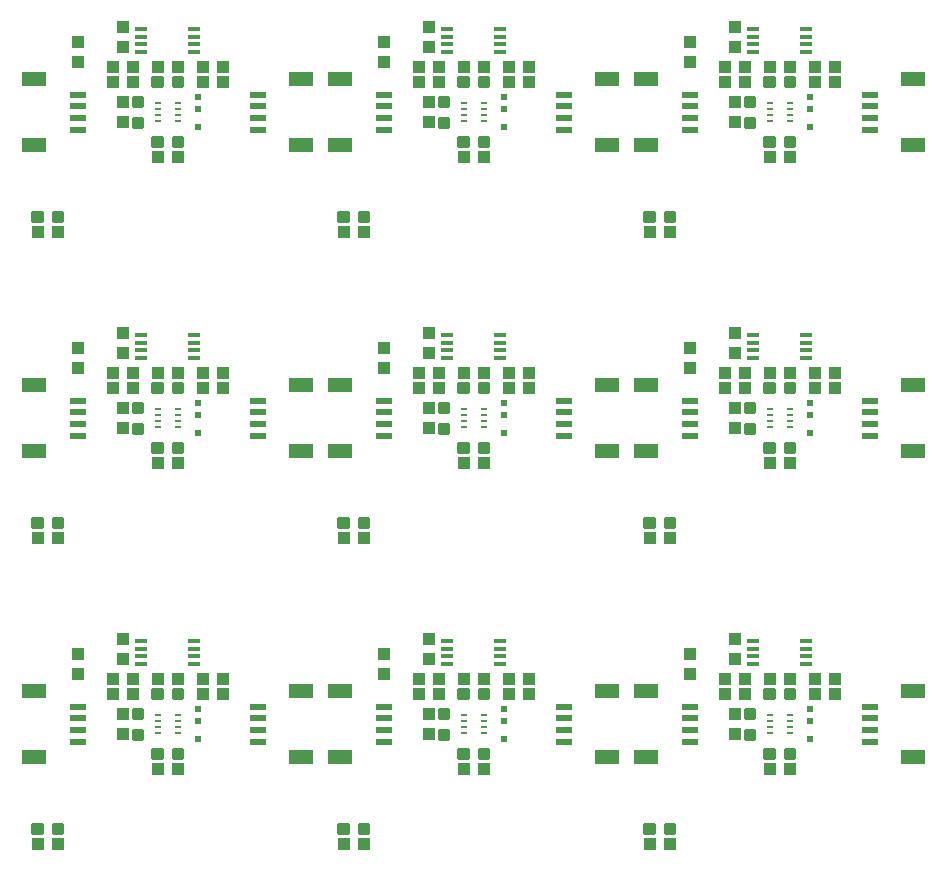
<source format=gtp>
G75*
%MOIN*%
%OFA0B0*%
%FSLAX25Y25*%
%IPPOS*%
%LPD*%
%AMOC8*
5,1,8,0,0,1.08239X$1,22.5*
%
%ADD10R,0.04331X0.03937*%
%ADD11R,0.07874X0.04724*%
%ADD12R,0.05315X0.02362*%
%ADD13C,0.01181*%
%ADD14R,0.03937X0.04331*%
%ADD15R,0.01969X0.00984*%
%ADD16R,0.02362X0.02362*%
%ADD17R,0.04331X0.01575*%
D10*
X0035404Y0038750D03*
X0042096Y0038750D03*
X0075404Y0063750D03*
X0082096Y0063750D03*
X0090404Y0088750D03*
X0090404Y0093750D03*
X0097096Y0093750D03*
X0097096Y0088750D03*
X0082096Y0093750D03*
X0075404Y0093750D03*
X0067096Y0093750D03*
X0067096Y0088750D03*
X0060404Y0088750D03*
X0060404Y0093750D03*
X0042096Y0140750D03*
X0035404Y0140750D03*
X0075404Y0165750D03*
X0082096Y0165750D03*
X0090404Y0190750D03*
X0090404Y0195750D03*
X0097096Y0195750D03*
X0097096Y0190750D03*
X0082096Y0195750D03*
X0075404Y0195750D03*
X0067096Y0195750D03*
X0067096Y0190750D03*
X0060404Y0190750D03*
X0060404Y0195750D03*
X0042096Y0242750D03*
X0035404Y0242750D03*
X0075404Y0267750D03*
X0082096Y0267750D03*
X0090404Y0292750D03*
X0090404Y0297750D03*
X0097096Y0297750D03*
X0097096Y0292750D03*
X0082096Y0297750D03*
X0075404Y0297750D03*
X0067096Y0297750D03*
X0067096Y0292750D03*
X0060404Y0292750D03*
X0060404Y0297750D03*
X0137404Y0242750D03*
X0144096Y0242750D03*
X0177404Y0267750D03*
X0184096Y0267750D03*
X0192404Y0292750D03*
X0199096Y0292750D03*
X0199096Y0297750D03*
X0192404Y0297750D03*
X0184096Y0297750D03*
X0177404Y0297750D03*
X0169096Y0297750D03*
X0162404Y0297750D03*
X0162404Y0292750D03*
X0169096Y0292750D03*
X0239404Y0242750D03*
X0246096Y0242750D03*
X0279404Y0267750D03*
X0286096Y0267750D03*
X0294404Y0292750D03*
X0294404Y0297750D03*
X0301096Y0297750D03*
X0301096Y0292750D03*
X0286096Y0297750D03*
X0279404Y0297750D03*
X0271096Y0297750D03*
X0271096Y0292750D03*
X0264404Y0292750D03*
X0264404Y0297750D03*
X0264404Y0195750D03*
X0264404Y0190750D03*
X0271096Y0190750D03*
X0271096Y0195750D03*
X0279404Y0195750D03*
X0286096Y0195750D03*
X0294404Y0195750D03*
X0294404Y0190750D03*
X0301096Y0190750D03*
X0301096Y0195750D03*
X0286096Y0165750D03*
X0279404Y0165750D03*
X0246096Y0140750D03*
X0239404Y0140750D03*
X0264404Y0093750D03*
X0264404Y0088750D03*
X0271096Y0088750D03*
X0271096Y0093750D03*
X0279404Y0093750D03*
X0286096Y0093750D03*
X0294404Y0093750D03*
X0294404Y0088750D03*
X0301096Y0088750D03*
X0301096Y0093750D03*
X0286096Y0063750D03*
X0279404Y0063750D03*
X0246096Y0038750D03*
X0239404Y0038750D03*
X0184096Y0063750D03*
X0177404Y0063750D03*
X0169096Y0088750D03*
X0169096Y0093750D03*
X0162404Y0093750D03*
X0162404Y0088750D03*
X0177404Y0093750D03*
X0184096Y0093750D03*
X0192404Y0093750D03*
X0192404Y0088750D03*
X0199096Y0088750D03*
X0199096Y0093750D03*
X0144096Y0140750D03*
X0137404Y0140750D03*
X0177404Y0165750D03*
X0184096Y0165750D03*
X0192404Y0190750D03*
X0192404Y0195750D03*
X0199096Y0195750D03*
X0199096Y0190750D03*
X0184096Y0195750D03*
X0177404Y0195750D03*
X0169096Y0195750D03*
X0169096Y0190750D03*
X0162404Y0190750D03*
X0162404Y0195750D03*
X0144096Y0038750D03*
X0137404Y0038750D03*
D11*
X0136281Y0067726D03*
X0123219Y0067726D03*
X0123219Y0089774D03*
X0136281Y0089774D03*
X0136281Y0169726D03*
X0123219Y0169726D03*
X0123219Y0191774D03*
X0136281Y0191774D03*
X0136281Y0271726D03*
X0123219Y0271726D03*
X0123219Y0293774D03*
X0136281Y0293774D03*
X0225219Y0293774D03*
X0238281Y0293774D03*
X0238281Y0271726D03*
X0225219Y0271726D03*
X0225219Y0191774D03*
X0238281Y0191774D03*
X0238281Y0169726D03*
X0225219Y0169726D03*
X0225219Y0089774D03*
X0238281Y0089774D03*
X0238281Y0067726D03*
X0225219Y0067726D03*
X0327219Y0067726D03*
X0327219Y0089774D03*
X0327219Y0169726D03*
X0327219Y0191774D03*
X0327219Y0271726D03*
X0327219Y0293774D03*
X0034281Y0293774D03*
X0034281Y0271726D03*
X0034281Y0191774D03*
X0034281Y0169726D03*
X0034281Y0089774D03*
X0034281Y0067726D03*
D12*
X0048750Y0072844D03*
X0048750Y0076781D03*
X0048750Y0080719D03*
X0048750Y0084656D03*
X0108750Y0084656D03*
X0108750Y0080719D03*
X0108750Y0076781D03*
X0108750Y0072844D03*
X0150750Y0072844D03*
X0150750Y0076781D03*
X0150750Y0080719D03*
X0150750Y0084656D03*
X0210750Y0084656D03*
X0210750Y0080719D03*
X0210750Y0076781D03*
X0210750Y0072844D03*
X0252750Y0072844D03*
X0252750Y0076781D03*
X0252750Y0080719D03*
X0252750Y0084656D03*
X0312750Y0084656D03*
X0312750Y0080719D03*
X0312750Y0076781D03*
X0312750Y0072844D03*
X0312750Y0174844D03*
X0312750Y0178781D03*
X0312750Y0182719D03*
X0312750Y0186656D03*
X0252750Y0186656D03*
X0252750Y0182719D03*
X0252750Y0178781D03*
X0252750Y0174844D03*
X0210750Y0174844D03*
X0210750Y0178781D03*
X0210750Y0182719D03*
X0210750Y0186656D03*
X0150750Y0186656D03*
X0150750Y0182719D03*
X0150750Y0178781D03*
X0150750Y0174844D03*
X0108750Y0174844D03*
X0108750Y0178781D03*
X0108750Y0182719D03*
X0108750Y0186656D03*
X0048750Y0186656D03*
X0048750Y0182719D03*
X0048750Y0178781D03*
X0048750Y0174844D03*
X0048750Y0276844D03*
X0048750Y0280781D03*
X0048750Y0284719D03*
X0048750Y0288656D03*
X0108750Y0288656D03*
X0108750Y0284719D03*
X0108750Y0280781D03*
X0108750Y0276844D03*
X0150750Y0276844D03*
X0150750Y0280781D03*
X0150750Y0284719D03*
X0150750Y0288656D03*
X0210750Y0288656D03*
X0210750Y0284719D03*
X0210750Y0280781D03*
X0210750Y0276844D03*
X0252750Y0276844D03*
X0252750Y0280781D03*
X0252750Y0284719D03*
X0252750Y0288656D03*
X0312750Y0288656D03*
X0312750Y0284719D03*
X0312750Y0280781D03*
X0312750Y0276844D03*
D13*
X0284825Y0274128D02*
X0284825Y0271372D01*
X0284825Y0274128D02*
X0287581Y0274128D01*
X0287581Y0271372D01*
X0284825Y0271372D01*
X0284825Y0272552D02*
X0287581Y0272552D01*
X0287581Y0273732D02*
X0284825Y0273732D01*
X0277919Y0274128D02*
X0277919Y0271372D01*
X0277919Y0274128D02*
X0280675Y0274128D01*
X0280675Y0271372D01*
X0277919Y0271372D01*
X0277919Y0272552D02*
X0280675Y0272552D01*
X0280675Y0273732D02*
X0277919Y0273732D01*
X0274128Y0277919D02*
X0271372Y0277919D01*
X0271372Y0280675D01*
X0274128Y0280675D01*
X0274128Y0277919D01*
X0274128Y0279099D02*
X0271372Y0279099D01*
X0271372Y0280279D02*
X0274128Y0280279D01*
X0274128Y0284825D02*
X0271372Y0284825D01*
X0271372Y0287581D01*
X0274128Y0287581D01*
X0274128Y0284825D01*
X0274128Y0286005D02*
X0271372Y0286005D01*
X0271372Y0287185D02*
X0274128Y0287185D01*
X0280675Y0291372D02*
X0280675Y0294128D01*
X0280675Y0291372D02*
X0277919Y0291372D01*
X0277919Y0294128D01*
X0280675Y0294128D01*
X0280675Y0292552D02*
X0277919Y0292552D01*
X0277919Y0293732D02*
X0280675Y0293732D01*
X0287581Y0294128D02*
X0287581Y0291372D01*
X0284825Y0291372D01*
X0284825Y0294128D01*
X0287581Y0294128D01*
X0287581Y0292552D02*
X0284825Y0292552D01*
X0284825Y0293732D02*
X0287581Y0293732D01*
X0244825Y0249128D02*
X0244825Y0246372D01*
X0244825Y0249128D02*
X0247581Y0249128D01*
X0247581Y0246372D01*
X0244825Y0246372D01*
X0244825Y0247552D02*
X0247581Y0247552D01*
X0247581Y0248732D02*
X0244825Y0248732D01*
X0237919Y0249128D02*
X0237919Y0246372D01*
X0237919Y0249128D02*
X0240675Y0249128D01*
X0240675Y0246372D01*
X0237919Y0246372D01*
X0237919Y0247552D02*
X0240675Y0247552D01*
X0240675Y0248732D02*
X0237919Y0248732D01*
X0182825Y0271372D02*
X0182825Y0274128D01*
X0185581Y0274128D01*
X0185581Y0271372D01*
X0182825Y0271372D01*
X0182825Y0272552D02*
X0185581Y0272552D01*
X0185581Y0273732D02*
X0182825Y0273732D01*
X0175919Y0274128D02*
X0175919Y0271372D01*
X0175919Y0274128D02*
X0178675Y0274128D01*
X0178675Y0271372D01*
X0175919Y0271372D01*
X0175919Y0272552D02*
X0178675Y0272552D01*
X0178675Y0273732D02*
X0175919Y0273732D01*
X0172128Y0277919D02*
X0169372Y0277919D01*
X0169372Y0280675D01*
X0172128Y0280675D01*
X0172128Y0277919D01*
X0172128Y0279099D02*
X0169372Y0279099D01*
X0169372Y0280279D02*
X0172128Y0280279D01*
X0172128Y0284825D02*
X0169372Y0284825D01*
X0169372Y0287581D01*
X0172128Y0287581D01*
X0172128Y0284825D01*
X0172128Y0286005D02*
X0169372Y0286005D01*
X0169372Y0287185D02*
X0172128Y0287185D01*
X0178675Y0291372D02*
X0178675Y0294128D01*
X0178675Y0291372D02*
X0175919Y0291372D01*
X0175919Y0294128D01*
X0178675Y0294128D01*
X0178675Y0292552D02*
X0175919Y0292552D01*
X0175919Y0293732D02*
X0178675Y0293732D01*
X0185581Y0294128D02*
X0185581Y0291372D01*
X0182825Y0291372D01*
X0182825Y0294128D01*
X0185581Y0294128D01*
X0185581Y0292552D02*
X0182825Y0292552D01*
X0182825Y0293732D02*
X0185581Y0293732D01*
X0142825Y0249128D02*
X0142825Y0246372D01*
X0142825Y0249128D02*
X0145581Y0249128D01*
X0145581Y0246372D01*
X0142825Y0246372D01*
X0142825Y0247552D02*
X0145581Y0247552D01*
X0145581Y0248732D02*
X0142825Y0248732D01*
X0135919Y0249128D02*
X0135919Y0246372D01*
X0135919Y0249128D02*
X0138675Y0249128D01*
X0138675Y0246372D01*
X0135919Y0246372D01*
X0135919Y0247552D02*
X0138675Y0247552D01*
X0138675Y0248732D02*
X0135919Y0248732D01*
X0080825Y0271372D02*
X0080825Y0274128D01*
X0083581Y0274128D01*
X0083581Y0271372D01*
X0080825Y0271372D01*
X0080825Y0272552D02*
X0083581Y0272552D01*
X0083581Y0273732D02*
X0080825Y0273732D01*
X0073919Y0274128D02*
X0073919Y0271372D01*
X0073919Y0274128D02*
X0076675Y0274128D01*
X0076675Y0271372D01*
X0073919Y0271372D01*
X0073919Y0272552D02*
X0076675Y0272552D01*
X0076675Y0273732D02*
X0073919Y0273732D01*
X0070128Y0277919D02*
X0067372Y0277919D01*
X0067372Y0280675D01*
X0070128Y0280675D01*
X0070128Y0277919D01*
X0070128Y0279099D02*
X0067372Y0279099D01*
X0067372Y0280279D02*
X0070128Y0280279D01*
X0070128Y0284825D02*
X0067372Y0284825D01*
X0067372Y0287581D01*
X0070128Y0287581D01*
X0070128Y0284825D01*
X0070128Y0286005D02*
X0067372Y0286005D01*
X0067372Y0287185D02*
X0070128Y0287185D01*
X0076675Y0291372D02*
X0076675Y0294128D01*
X0076675Y0291372D02*
X0073919Y0291372D01*
X0073919Y0294128D01*
X0076675Y0294128D01*
X0076675Y0292552D02*
X0073919Y0292552D01*
X0073919Y0293732D02*
X0076675Y0293732D01*
X0083581Y0294128D02*
X0083581Y0291372D01*
X0080825Y0291372D01*
X0080825Y0294128D01*
X0083581Y0294128D01*
X0083581Y0292552D02*
X0080825Y0292552D01*
X0080825Y0293732D02*
X0083581Y0293732D01*
X0040825Y0249128D02*
X0040825Y0246372D01*
X0040825Y0249128D02*
X0043581Y0249128D01*
X0043581Y0246372D01*
X0040825Y0246372D01*
X0040825Y0247552D02*
X0043581Y0247552D01*
X0043581Y0248732D02*
X0040825Y0248732D01*
X0033919Y0249128D02*
X0033919Y0246372D01*
X0033919Y0249128D02*
X0036675Y0249128D01*
X0036675Y0246372D01*
X0033919Y0246372D01*
X0033919Y0247552D02*
X0036675Y0247552D01*
X0036675Y0248732D02*
X0033919Y0248732D01*
X0076675Y0192128D02*
X0076675Y0189372D01*
X0073919Y0189372D01*
X0073919Y0192128D01*
X0076675Y0192128D01*
X0076675Y0190552D02*
X0073919Y0190552D01*
X0073919Y0191732D02*
X0076675Y0191732D01*
X0083581Y0192128D02*
X0083581Y0189372D01*
X0080825Y0189372D01*
X0080825Y0192128D01*
X0083581Y0192128D01*
X0083581Y0190552D02*
X0080825Y0190552D01*
X0080825Y0191732D02*
X0083581Y0191732D01*
X0070128Y0182825D02*
X0067372Y0182825D01*
X0067372Y0185581D01*
X0070128Y0185581D01*
X0070128Y0182825D01*
X0070128Y0184005D02*
X0067372Y0184005D01*
X0067372Y0185185D02*
X0070128Y0185185D01*
X0070128Y0175919D02*
X0067372Y0175919D01*
X0067372Y0178675D01*
X0070128Y0178675D01*
X0070128Y0175919D01*
X0070128Y0177099D02*
X0067372Y0177099D01*
X0067372Y0178279D02*
X0070128Y0178279D01*
X0073919Y0172128D02*
X0073919Y0169372D01*
X0073919Y0172128D02*
X0076675Y0172128D01*
X0076675Y0169372D01*
X0073919Y0169372D01*
X0073919Y0170552D02*
X0076675Y0170552D01*
X0076675Y0171732D02*
X0073919Y0171732D01*
X0080825Y0172128D02*
X0080825Y0169372D01*
X0080825Y0172128D02*
X0083581Y0172128D01*
X0083581Y0169372D01*
X0080825Y0169372D01*
X0080825Y0170552D02*
X0083581Y0170552D01*
X0083581Y0171732D02*
X0080825Y0171732D01*
X0040825Y0147128D02*
X0040825Y0144372D01*
X0040825Y0147128D02*
X0043581Y0147128D01*
X0043581Y0144372D01*
X0040825Y0144372D01*
X0040825Y0145552D02*
X0043581Y0145552D01*
X0043581Y0146732D02*
X0040825Y0146732D01*
X0033919Y0147128D02*
X0033919Y0144372D01*
X0033919Y0147128D02*
X0036675Y0147128D01*
X0036675Y0144372D01*
X0033919Y0144372D01*
X0033919Y0145552D02*
X0036675Y0145552D01*
X0036675Y0146732D02*
X0033919Y0146732D01*
X0076675Y0090128D02*
X0076675Y0087372D01*
X0073919Y0087372D01*
X0073919Y0090128D01*
X0076675Y0090128D01*
X0076675Y0088552D02*
X0073919Y0088552D01*
X0073919Y0089732D02*
X0076675Y0089732D01*
X0083581Y0090128D02*
X0083581Y0087372D01*
X0080825Y0087372D01*
X0080825Y0090128D01*
X0083581Y0090128D01*
X0083581Y0088552D02*
X0080825Y0088552D01*
X0080825Y0089732D02*
X0083581Y0089732D01*
X0070128Y0080825D02*
X0067372Y0080825D01*
X0067372Y0083581D01*
X0070128Y0083581D01*
X0070128Y0080825D01*
X0070128Y0082005D02*
X0067372Y0082005D01*
X0067372Y0083185D02*
X0070128Y0083185D01*
X0070128Y0073919D02*
X0067372Y0073919D01*
X0067372Y0076675D01*
X0070128Y0076675D01*
X0070128Y0073919D01*
X0070128Y0075099D02*
X0067372Y0075099D01*
X0067372Y0076279D02*
X0070128Y0076279D01*
X0073919Y0070128D02*
X0073919Y0067372D01*
X0073919Y0070128D02*
X0076675Y0070128D01*
X0076675Y0067372D01*
X0073919Y0067372D01*
X0073919Y0068552D02*
X0076675Y0068552D01*
X0076675Y0069732D02*
X0073919Y0069732D01*
X0080825Y0070128D02*
X0080825Y0067372D01*
X0080825Y0070128D02*
X0083581Y0070128D01*
X0083581Y0067372D01*
X0080825Y0067372D01*
X0080825Y0068552D02*
X0083581Y0068552D01*
X0083581Y0069732D02*
X0080825Y0069732D01*
X0040825Y0045128D02*
X0040825Y0042372D01*
X0040825Y0045128D02*
X0043581Y0045128D01*
X0043581Y0042372D01*
X0040825Y0042372D01*
X0040825Y0043552D02*
X0043581Y0043552D01*
X0043581Y0044732D02*
X0040825Y0044732D01*
X0033919Y0045128D02*
X0033919Y0042372D01*
X0033919Y0045128D02*
X0036675Y0045128D01*
X0036675Y0042372D01*
X0033919Y0042372D01*
X0033919Y0043552D02*
X0036675Y0043552D01*
X0036675Y0044732D02*
X0033919Y0044732D01*
X0135919Y0045128D02*
X0135919Y0042372D01*
X0135919Y0045128D02*
X0138675Y0045128D01*
X0138675Y0042372D01*
X0135919Y0042372D01*
X0135919Y0043552D02*
X0138675Y0043552D01*
X0138675Y0044732D02*
X0135919Y0044732D01*
X0142825Y0045128D02*
X0142825Y0042372D01*
X0142825Y0045128D02*
X0145581Y0045128D01*
X0145581Y0042372D01*
X0142825Y0042372D01*
X0142825Y0043552D02*
X0145581Y0043552D01*
X0145581Y0044732D02*
X0142825Y0044732D01*
X0169372Y0073919D02*
X0172128Y0073919D01*
X0169372Y0073919D02*
X0169372Y0076675D01*
X0172128Y0076675D01*
X0172128Y0073919D01*
X0172128Y0075099D02*
X0169372Y0075099D01*
X0169372Y0076279D02*
X0172128Y0076279D01*
X0172128Y0080825D02*
X0169372Y0080825D01*
X0169372Y0083581D01*
X0172128Y0083581D01*
X0172128Y0080825D01*
X0172128Y0082005D02*
X0169372Y0082005D01*
X0169372Y0083185D02*
X0172128Y0083185D01*
X0178675Y0087372D02*
X0178675Y0090128D01*
X0178675Y0087372D02*
X0175919Y0087372D01*
X0175919Y0090128D01*
X0178675Y0090128D01*
X0178675Y0088552D02*
X0175919Y0088552D01*
X0175919Y0089732D02*
X0178675Y0089732D01*
X0185581Y0090128D02*
X0185581Y0087372D01*
X0182825Y0087372D01*
X0182825Y0090128D01*
X0185581Y0090128D01*
X0185581Y0088552D02*
X0182825Y0088552D01*
X0182825Y0089732D02*
X0185581Y0089732D01*
X0182825Y0070128D02*
X0182825Y0067372D01*
X0182825Y0070128D02*
X0185581Y0070128D01*
X0185581Y0067372D01*
X0182825Y0067372D01*
X0182825Y0068552D02*
X0185581Y0068552D01*
X0185581Y0069732D02*
X0182825Y0069732D01*
X0175919Y0070128D02*
X0175919Y0067372D01*
X0175919Y0070128D02*
X0178675Y0070128D01*
X0178675Y0067372D01*
X0175919Y0067372D01*
X0175919Y0068552D02*
X0178675Y0068552D01*
X0178675Y0069732D02*
X0175919Y0069732D01*
X0237919Y0045128D02*
X0237919Y0042372D01*
X0237919Y0045128D02*
X0240675Y0045128D01*
X0240675Y0042372D01*
X0237919Y0042372D01*
X0237919Y0043552D02*
X0240675Y0043552D01*
X0240675Y0044732D02*
X0237919Y0044732D01*
X0244825Y0045128D02*
X0244825Y0042372D01*
X0244825Y0045128D02*
X0247581Y0045128D01*
X0247581Y0042372D01*
X0244825Y0042372D01*
X0244825Y0043552D02*
X0247581Y0043552D01*
X0247581Y0044732D02*
X0244825Y0044732D01*
X0271372Y0073919D02*
X0274128Y0073919D01*
X0271372Y0073919D02*
X0271372Y0076675D01*
X0274128Y0076675D01*
X0274128Y0073919D01*
X0274128Y0075099D02*
X0271372Y0075099D01*
X0271372Y0076279D02*
X0274128Y0076279D01*
X0274128Y0080825D02*
X0271372Y0080825D01*
X0271372Y0083581D01*
X0274128Y0083581D01*
X0274128Y0080825D01*
X0274128Y0082005D02*
X0271372Y0082005D01*
X0271372Y0083185D02*
X0274128Y0083185D01*
X0280675Y0087372D02*
X0280675Y0090128D01*
X0280675Y0087372D02*
X0277919Y0087372D01*
X0277919Y0090128D01*
X0280675Y0090128D01*
X0280675Y0088552D02*
X0277919Y0088552D01*
X0277919Y0089732D02*
X0280675Y0089732D01*
X0287581Y0090128D02*
X0287581Y0087372D01*
X0284825Y0087372D01*
X0284825Y0090128D01*
X0287581Y0090128D01*
X0287581Y0088552D02*
X0284825Y0088552D01*
X0284825Y0089732D02*
X0287581Y0089732D01*
X0284825Y0070128D02*
X0284825Y0067372D01*
X0284825Y0070128D02*
X0287581Y0070128D01*
X0287581Y0067372D01*
X0284825Y0067372D01*
X0284825Y0068552D02*
X0287581Y0068552D01*
X0287581Y0069732D02*
X0284825Y0069732D01*
X0277919Y0070128D02*
X0277919Y0067372D01*
X0277919Y0070128D02*
X0280675Y0070128D01*
X0280675Y0067372D01*
X0277919Y0067372D01*
X0277919Y0068552D02*
X0280675Y0068552D01*
X0280675Y0069732D02*
X0277919Y0069732D01*
X0244825Y0144372D02*
X0244825Y0147128D01*
X0247581Y0147128D01*
X0247581Y0144372D01*
X0244825Y0144372D01*
X0244825Y0145552D02*
X0247581Y0145552D01*
X0247581Y0146732D02*
X0244825Y0146732D01*
X0237919Y0147128D02*
X0237919Y0144372D01*
X0237919Y0147128D02*
X0240675Y0147128D01*
X0240675Y0144372D01*
X0237919Y0144372D01*
X0237919Y0145552D02*
X0240675Y0145552D01*
X0240675Y0146732D02*
X0237919Y0146732D01*
X0271372Y0175919D02*
X0274128Y0175919D01*
X0271372Y0175919D02*
X0271372Y0178675D01*
X0274128Y0178675D01*
X0274128Y0175919D01*
X0274128Y0177099D02*
X0271372Y0177099D01*
X0271372Y0178279D02*
X0274128Y0178279D01*
X0274128Y0182825D02*
X0271372Y0182825D01*
X0271372Y0185581D01*
X0274128Y0185581D01*
X0274128Y0182825D01*
X0274128Y0184005D02*
X0271372Y0184005D01*
X0271372Y0185185D02*
X0274128Y0185185D01*
X0280675Y0189372D02*
X0280675Y0192128D01*
X0280675Y0189372D02*
X0277919Y0189372D01*
X0277919Y0192128D01*
X0280675Y0192128D01*
X0280675Y0190552D02*
X0277919Y0190552D01*
X0277919Y0191732D02*
X0280675Y0191732D01*
X0287581Y0192128D02*
X0287581Y0189372D01*
X0284825Y0189372D01*
X0284825Y0192128D01*
X0287581Y0192128D01*
X0287581Y0190552D02*
X0284825Y0190552D01*
X0284825Y0191732D02*
X0287581Y0191732D01*
X0284825Y0172128D02*
X0284825Y0169372D01*
X0284825Y0172128D02*
X0287581Y0172128D01*
X0287581Y0169372D01*
X0284825Y0169372D01*
X0284825Y0170552D02*
X0287581Y0170552D01*
X0287581Y0171732D02*
X0284825Y0171732D01*
X0277919Y0172128D02*
X0277919Y0169372D01*
X0277919Y0172128D02*
X0280675Y0172128D01*
X0280675Y0169372D01*
X0277919Y0169372D01*
X0277919Y0170552D02*
X0280675Y0170552D01*
X0280675Y0171732D02*
X0277919Y0171732D01*
X0182825Y0172128D02*
X0182825Y0169372D01*
X0182825Y0172128D02*
X0185581Y0172128D01*
X0185581Y0169372D01*
X0182825Y0169372D01*
X0182825Y0170552D02*
X0185581Y0170552D01*
X0185581Y0171732D02*
X0182825Y0171732D01*
X0175919Y0172128D02*
X0175919Y0169372D01*
X0175919Y0172128D02*
X0178675Y0172128D01*
X0178675Y0169372D01*
X0175919Y0169372D01*
X0175919Y0170552D02*
X0178675Y0170552D01*
X0178675Y0171732D02*
X0175919Y0171732D01*
X0172128Y0175919D02*
X0169372Y0175919D01*
X0169372Y0178675D01*
X0172128Y0178675D01*
X0172128Y0175919D01*
X0172128Y0177099D02*
X0169372Y0177099D01*
X0169372Y0178279D02*
X0172128Y0178279D01*
X0172128Y0182825D02*
X0169372Y0182825D01*
X0169372Y0185581D01*
X0172128Y0185581D01*
X0172128Y0182825D01*
X0172128Y0184005D02*
X0169372Y0184005D01*
X0169372Y0185185D02*
X0172128Y0185185D01*
X0178675Y0189372D02*
X0178675Y0192128D01*
X0178675Y0189372D02*
X0175919Y0189372D01*
X0175919Y0192128D01*
X0178675Y0192128D01*
X0178675Y0190552D02*
X0175919Y0190552D01*
X0175919Y0191732D02*
X0178675Y0191732D01*
X0185581Y0192128D02*
X0185581Y0189372D01*
X0182825Y0189372D01*
X0182825Y0192128D01*
X0185581Y0192128D01*
X0185581Y0190552D02*
X0182825Y0190552D01*
X0182825Y0191732D02*
X0185581Y0191732D01*
X0142825Y0147128D02*
X0142825Y0144372D01*
X0142825Y0147128D02*
X0145581Y0147128D01*
X0145581Y0144372D01*
X0142825Y0144372D01*
X0142825Y0145552D02*
X0145581Y0145552D01*
X0145581Y0146732D02*
X0142825Y0146732D01*
X0135919Y0147128D02*
X0135919Y0144372D01*
X0135919Y0147128D02*
X0138675Y0147128D01*
X0138675Y0144372D01*
X0135919Y0144372D01*
X0135919Y0145552D02*
X0138675Y0145552D01*
X0138675Y0146732D02*
X0135919Y0146732D01*
D14*
X0165750Y0177404D03*
X0165750Y0184096D03*
X0150750Y0197404D03*
X0150750Y0204096D03*
X0165750Y0202404D03*
X0165750Y0209096D03*
X0165750Y0279404D03*
X0165750Y0286096D03*
X0165750Y0304404D03*
X0165750Y0311096D03*
X0150750Y0306096D03*
X0150750Y0299404D03*
X0063750Y0304404D03*
X0063750Y0311096D03*
X0048750Y0306096D03*
X0048750Y0299404D03*
X0063750Y0286096D03*
X0063750Y0279404D03*
X0063750Y0209096D03*
X0063750Y0202404D03*
X0048750Y0204096D03*
X0048750Y0197404D03*
X0063750Y0184096D03*
X0063750Y0177404D03*
X0063750Y0107096D03*
X0063750Y0100404D03*
X0048750Y0102096D03*
X0048750Y0095404D03*
X0063750Y0082096D03*
X0063750Y0075404D03*
X0150750Y0095404D03*
X0150750Y0102096D03*
X0165750Y0100404D03*
X0165750Y0107096D03*
X0165750Y0082096D03*
X0165750Y0075404D03*
X0252750Y0095404D03*
X0252750Y0102096D03*
X0267750Y0100404D03*
X0267750Y0107096D03*
X0267750Y0082096D03*
X0267750Y0075404D03*
X0267750Y0177404D03*
X0267750Y0184096D03*
X0252750Y0197404D03*
X0252750Y0204096D03*
X0267750Y0202404D03*
X0267750Y0209096D03*
X0267750Y0279404D03*
X0267750Y0286096D03*
X0267750Y0304404D03*
X0267750Y0311096D03*
X0252750Y0306096D03*
X0252750Y0299404D03*
D15*
X0279404Y0285703D03*
X0279404Y0283734D03*
X0279404Y0281766D03*
X0279404Y0279797D03*
X0286096Y0279797D03*
X0286096Y0281766D03*
X0286096Y0283734D03*
X0286096Y0285703D03*
X0184096Y0285703D03*
X0184096Y0283734D03*
X0184096Y0281766D03*
X0184096Y0279797D03*
X0177404Y0279797D03*
X0177404Y0281766D03*
X0177404Y0283734D03*
X0177404Y0285703D03*
X0082096Y0285703D03*
X0082096Y0283734D03*
X0082096Y0281766D03*
X0082096Y0279797D03*
X0075404Y0279797D03*
X0075404Y0281766D03*
X0075404Y0283734D03*
X0075404Y0285703D03*
X0075404Y0183703D03*
X0075404Y0181734D03*
X0075404Y0179766D03*
X0075404Y0177797D03*
X0082096Y0177797D03*
X0082096Y0179766D03*
X0082096Y0181734D03*
X0082096Y0183703D03*
X0177404Y0183703D03*
X0177404Y0181734D03*
X0177404Y0179766D03*
X0177404Y0177797D03*
X0184096Y0177797D03*
X0184096Y0179766D03*
X0184096Y0181734D03*
X0184096Y0183703D03*
X0279404Y0183703D03*
X0279404Y0181734D03*
X0279404Y0179766D03*
X0279404Y0177797D03*
X0286096Y0177797D03*
X0286096Y0179766D03*
X0286096Y0181734D03*
X0286096Y0183703D03*
X0286096Y0081703D03*
X0286096Y0079734D03*
X0286096Y0077766D03*
X0286096Y0075797D03*
X0279404Y0075797D03*
X0279404Y0077766D03*
X0279404Y0079734D03*
X0279404Y0081703D03*
X0184096Y0081703D03*
X0184096Y0079734D03*
X0184096Y0077766D03*
X0184096Y0075797D03*
X0177404Y0075797D03*
X0177404Y0077766D03*
X0177404Y0079734D03*
X0177404Y0081703D03*
X0082096Y0081703D03*
X0082096Y0079734D03*
X0082096Y0077766D03*
X0082096Y0075797D03*
X0075404Y0075797D03*
X0075404Y0077766D03*
X0075404Y0079734D03*
X0075404Y0081703D03*
D16*
X0088750Y0079931D03*
X0088750Y0083868D03*
X0088750Y0074026D03*
X0190750Y0074026D03*
X0190750Y0079931D03*
X0190750Y0083868D03*
X0190750Y0176026D03*
X0190750Y0181931D03*
X0190750Y0185868D03*
X0190750Y0278026D03*
X0190750Y0283931D03*
X0190750Y0287868D03*
X0088750Y0287868D03*
X0088750Y0283931D03*
X0088750Y0278026D03*
X0088750Y0185868D03*
X0088750Y0181931D03*
X0088750Y0176026D03*
X0292750Y0176026D03*
X0292750Y0181931D03*
X0292750Y0185868D03*
X0292750Y0278026D03*
X0292750Y0283931D03*
X0292750Y0287868D03*
X0292750Y0083868D03*
X0292750Y0079931D03*
X0292750Y0074026D03*
D17*
X0291608Y0098911D03*
X0291608Y0101470D03*
X0291608Y0104030D03*
X0291608Y0106589D03*
X0273892Y0106589D03*
X0273892Y0104030D03*
X0273892Y0101470D03*
X0273892Y0098911D03*
X0189608Y0098911D03*
X0189608Y0101470D03*
X0189608Y0104030D03*
X0189608Y0106589D03*
X0171892Y0106589D03*
X0171892Y0104030D03*
X0171892Y0101470D03*
X0171892Y0098911D03*
X0087608Y0098911D03*
X0087608Y0101470D03*
X0087608Y0104030D03*
X0087608Y0106589D03*
X0069892Y0106589D03*
X0069892Y0104030D03*
X0069892Y0101470D03*
X0069892Y0098911D03*
X0069892Y0200911D03*
X0069892Y0203470D03*
X0069892Y0206030D03*
X0069892Y0208589D03*
X0087608Y0208589D03*
X0087608Y0206030D03*
X0087608Y0203470D03*
X0087608Y0200911D03*
X0171892Y0200911D03*
X0171892Y0203470D03*
X0171892Y0206030D03*
X0171892Y0208589D03*
X0189608Y0208589D03*
X0189608Y0206030D03*
X0189608Y0203470D03*
X0189608Y0200911D03*
X0273892Y0200911D03*
X0273892Y0203470D03*
X0273892Y0206030D03*
X0273892Y0208589D03*
X0291608Y0208589D03*
X0291608Y0206030D03*
X0291608Y0203470D03*
X0291608Y0200911D03*
X0291608Y0302911D03*
X0291608Y0305470D03*
X0291608Y0308030D03*
X0291608Y0310589D03*
X0273892Y0310589D03*
X0273892Y0308030D03*
X0273892Y0305470D03*
X0273892Y0302911D03*
X0189608Y0302911D03*
X0189608Y0305470D03*
X0189608Y0308030D03*
X0189608Y0310589D03*
X0171892Y0310589D03*
X0171892Y0308030D03*
X0171892Y0305470D03*
X0171892Y0302911D03*
X0087608Y0302911D03*
X0087608Y0305470D03*
X0087608Y0308030D03*
X0087608Y0310589D03*
X0069892Y0310589D03*
X0069892Y0308030D03*
X0069892Y0305470D03*
X0069892Y0302911D03*
M02*

</source>
